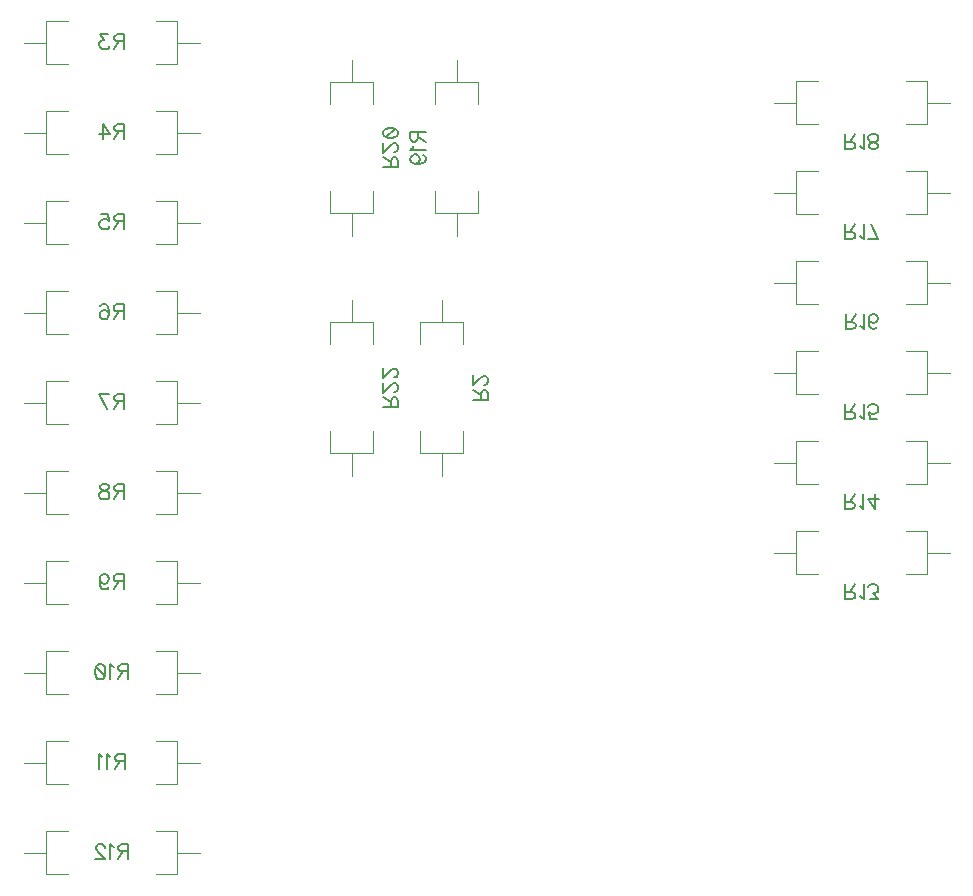
<source format=gbr>
G04 DipTrace 4.2.0.1*
G04 BottomSilk.gbr*
%MOIN*%
G04 #@! TF.FileFunction,Legend,Bot*
G04 #@! TF.Part,Single*
%ADD10C,0.004724*%
%ADD109C,0.00772*%
%FSLAX26Y26*%
G04*
G70*
G90*
G75*
G01*
G04 BotSilk*
%LPD*%
X1964626Y3197638D2*
D10*
Y3124803D1*
X1822776D1*
Y3197638D1*
X1964626Y3489764D2*
Y3562598D1*
X1822776D1*
Y3489764D1*
X1893701Y3050787D2*
Y3124803D1*
Y3562598D2*
Y3636614D1*
X939764Y4564626D2*
X1012598D1*
Y4422776D1*
X939764D1*
X647638Y4564626D2*
X574803D1*
Y4422776D1*
X647638D1*
X1086614Y4493701D2*
X1012598D1*
X574803D2*
X500787D1*
X939764Y4264626D2*
X1012598D1*
Y4122776D1*
X939764D1*
X647638Y4264626D2*
X574803D1*
Y4122776D1*
X647638D1*
X1086614Y4193701D2*
X1012598D1*
X574803D2*
X500787D1*
X939764Y3964626D2*
X1012598D1*
Y3822776D1*
X939764D1*
X647638Y3964626D2*
X574803D1*
Y3822776D1*
X647638D1*
X1086614Y3893701D2*
X1012598D1*
X574803D2*
X500787D1*
X939764Y3664626D2*
X1012598D1*
Y3522776D1*
X939764D1*
X647638Y3664626D2*
X574803D1*
Y3522776D1*
X647638D1*
X1086614Y3593701D2*
X1012598D1*
X574803D2*
X500787D1*
X939764Y3364626D2*
X1012598D1*
Y3222776D1*
X939764D1*
X647638Y3364626D2*
X574803D1*
Y3222776D1*
X647638D1*
X1086614Y3293701D2*
X1012598D1*
X574803D2*
X500787D1*
X939764Y3064626D2*
X1012598D1*
Y2922776D1*
X939764D1*
X647638Y3064626D2*
X574803D1*
Y2922776D1*
X647638D1*
X1086614Y2993701D2*
X1012598D1*
X574803D2*
X500787D1*
X939764Y2764626D2*
X1012598D1*
Y2622776D1*
X939764D1*
X647638Y2764626D2*
X574803D1*
Y2622776D1*
X647638D1*
X1086614Y2693701D2*
X1012598D1*
X574803D2*
X500787D1*
X939764Y2464626D2*
X1012598D1*
Y2322776D1*
X939764D1*
X647638Y2464626D2*
X574803D1*
Y2322776D1*
X647638D1*
X1086614Y2393701D2*
X1012598D1*
X574803D2*
X500787D1*
X939764Y2164626D2*
X1012598D1*
Y2022776D1*
X939764D1*
X647638Y2164626D2*
X574803D1*
Y2022776D1*
X647638D1*
X1086614Y2093701D2*
X1012598D1*
X574803D2*
X500787D1*
X939764Y1864626D2*
X1012598D1*
Y1722776D1*
X939764D1*
X647638Y1864626D2*
X574803D1*
Y1722776D1*
X647638D1*
X1086614Y1793701D2*
X1012598D1*
X574803D2*
X500787D1*
X3147638Y2722776D2*
X3074803D1*
Y2864626D1*
X3147638D1*
X3439764Y2722776D2*
X3512598D1*
Y2864626D1*
X3439764D1*
X3000787Y2793701D2*
X3074803D1*
X3512598D2*
X3586614D1*
X3147638Y3022776D2*
X3074803D1*
Y3164626D1*
X3147638D1*
X3439764Y3022776D2*
X3512598D1*
Y3164626D1*
X3439764D1*
X3000787Y3093701D2*
X3074803D1*
X3512598D2*
X3586614D1*
X3147638Y3322776D2*
X3074803D1*
Y3464626D1*
X3147638D1*
X3439764Y3322776D2*
X3512598D1*
Y3464626D1*
X3439764D1*
X3000787Y3393701D2*
X3074803D1*
X3512598D2*
X3586614D1*
X3147638Y3622776D2*
X3074803D1*
Y3764626D1*
X3147638D1*
X3439764Y3622776D2*
X3512598D1*
Y3764626D1*
X3439764D1*
X3000787Y3693701D2*
X3074803D1*
X3512598D2*
X3586614D1*
X3147638Y3922776D2*
X3074803D1*
Y4064626D1*
X3147638D1*
X3439764Y3922776D2*
X3512598D1*
Y4064626D1*
X3439764D1*
X3000787Y3993701D2*
X3074803D1*
X3512598D2*
X3586614D1*
X3147638Y4222776D2*
X3074803D1*
Y4364626D1*
X3147638D1*
X3439764Y4222776D2*
X3512598D1*
Y4364626D1*
X3439764D1*
X3000787Y4293701D2*
X3074803D1*
X3512598D2*
X3586614D1*
X1872776Y4289764D2*
Y4362598D1*
X2014626D1*
Y4289764D1*
X1872776Y3997638D2*
Y3924803D1*
X2014626D1*
Y3997638D1*
X1943701Y4436614D2*
Y4362598D1*
Y3924803D2*
Y3850787D1*
X1664626Y3997638D2*
Y3924803D1*
X1522776D1*
Y3997638D1*
X1664626Y4289764D2*
Y4362598D1*
X1522776D1*
Y4289764D1*
X1593701Y3850787D2*
Y3924803D1*
Y4362598D2*
Y4436614D1*
X1664626Y3197638D2*
Y3124803D1*
X1522776D1*
Y3197638D1*
X1664626Y3489764D2*
Y3562598D1*
X1522776D1*
Y3489764D1*
X1593701Y3050787D2*
Y3124803D1*
Y3562598D2*
Y3636614D1*
X2024095Y3302488D2*
D109*
Y3323988D1*
X2026526Y3331173D1*
X2028903Y3333605D1*
X2033656Y3335981D1*
X2038465D1*
X2043218Y3333605D1*
X2045650Y3331173D1*
X2048026Y3323988D1*
Y3302488D1*
X1997786D1*
X2024095Y3319234D2*
X1997786Y3335981D1*
X2036033Y3353852D2*
X2038409D1*
X2043218Y3356229D1*
X2045594Y3358605D1*
X2047971Y3363414D1*
Y3372976D1*
X2045594Y3377729D1*
X2043218Y3380105D1*
X2038409Y3382537D1*
X2033656D1*
X2028848Y3380105D1*
X2021718Y3375352D1*
X1997786Y3351420D1*
Y3384914D1*
X834914Y4497901D2*
X813414D1*
X806229Y4500333D1*
X803797Y4502710D1*
X801420Y4507463D1*
Y4512271D1*
X803797Y4517025D1*
X806229Y4519456D1*
X813414Y4521833D1*
X834914D1*
Y4471593D1*
X818167Y4497901D2*
X801420Y4471593D1*
X781173Y4521778D2*
X754920D1*
X769234Y4502654D1*
X762049D1*
X757296Y4500278D1*
X754920Y4497901D1*
X752488Y4490716D1*
Y4485963D1*
X754920Y4478778D1*
X759673Y4473970D1*
X766858Y4471593D1*
X774043D1*
X781173Y4473970D1*
X783549Y4476401D1*
X785981Y4481155D1*
X836102Y4197901D2*
X814602D1*
X807417Y4200333D1*
X804985Y4202710D1*
X802609Y4207463D1*
Y4212271D1*
X804985Y4217025D1*
X807417Y4219456D1*
X814602Y4221833D1*
X836102D1*
Y4171593D1*
X819355Y4197901D2*
X802609Y4171593D1*
X763238D2*
Y4221778D1*
X787169Y4188340D1*
X751300D1*
X834914Y3897901D2*
X813414D1*
X806229Y3900333D1*
X803797Y3902710D1*
X801420Y3907463D1*
Y3912271D1*
X803797Y3917025D1*
X806229Y3919456D1*
X813414Y3921833D1*
X834914D1*
Y3871593D1*
X818167Y3897901D2*
X801420Y3871593D1*
X757296Y3921778D2*
X781173D1*
X783549Y3900278D1*
X781173Y3902654D1*
X773988Y3905086D1*
X766858D1*
X759673Y3902654D1*
X754864Y3897901D1*
X752488Y3890716D1*
Y3885963D1*
X754864Y3878778D1*
X759673Y3873970D1*
X766858Y3871593D1*
X773988D1*
X781173Y3873970D1*
X783549Y3876401D1*
X785981Y3881155D1*
X833698Y3597901D2*
X812198D1*
X805013Y3600333D1*
X802581Y3602710D1*
X800204Y3607463D1*
Y3612271D1*
X802581Y3617025D1*
X805013Y3619456D1*
X812198Y3621833D1*
X833698D1*
Y3571593D1*
X816951Y3597901D2*
X800204Y3571593D1*
X756080Y3614648D2*
X758457Y3619401D1*
X765642Y3621778D1*
X770395D1*
X777580Y3619401D1*
X782389Y3612216D1*
X784765Y3600278D1*
Y3588340D1*
X782389Y3578778D1*
X777580Y3573970D1*
X770395Y3571593D1*
X768019D1*
X760889Y3573970D1*
X756080Y3578778D1*
X753704Y3585963D1*
Y3588340D1*
X756080Y3595525D1*
X760889Y3600278D1*
X768019Y3602654D1*
X770395D1*
X777580Y3600278D1*
X782389Y3595525D1*
X784765Y3588340D1*
X834914Y3297901D2*
X813414D1*
X806229Y3300333D1*
X803797Y3302710D1*
X801420Y3307463D1*
Y3312271D1*
X803797Y3317025D1*
X806229Y3319456D1*
X813414Y3321833D1*
X834914D1*
Y3271593D1*
X818167Y3297901D2*
X801420Y3271593D1*
X776420D2*
X752488Y3321778D1*
X785981D1*
X834886Y2997901D2*
X813386D1*
X806201Y3000333D1*
X803769Y3002710D1*
X801393Y3007463D1*
Y3012271D1*
X803769Y3017025D1*
X806201Y3019456D1*
X813386Y3021833D1*
X834886D1*
Y2971593D1*
X818139Y2997901D2*
X801393Y2971593D1*
X774015Y3021778D2*
X781145Y3019401D1*
X783577Y3014648D1*
Y3009839D1*
X781145Y3005086D1*
X776392Y3002654D1*
X766830Y3000278D1*
X759645Y2997901D1*
X754892Y2993093D1*
X752515Y2988340D1*
Y2981155D1*
X754892Y2976401D1*
X757269Y2973970D1*
X764454Y2971593D1*
X774015D1*
X781145Y2973970D1*
X783577Y2976401D1*
X785954Y2981155D1*
Y2988340D1*
X783577Y2993093D1*
X778768Y2997901D1*
X771639Y3000278D1*
X762077Y3002654D1*
X757269Y3005086D1*
X754892Y3009839D1*
Y3014648D1*
X757269Y3019401D1*
X764454Y3021778D1*
X774015D1*
X833725Y2697901D2*
X812226D1*
X805041Y2700333D1*
X802609Y2702710D1*
X800232Y2707463D1*
Y2712271D1*
X802609Y2717025D1*
X805041Y2719456D1*
X812226Y2721833D1*
X833725D1*
Y2671593D1*
X816979Y2697901D2*
X800232Y2671593D1*
X753676Y2705086D2*
X756108Y2697901D1*
X760861Y2693093D1*
X768046Y2690716D1*
X770423D1*
X777608Y2693093D1*
X782361Y2697901D1*
X784793Y2705086D1*
Y2707463D1*
X782361Y2714648D1*
X777608Y2719401D1*
X770423Y2721778D1*
X768046D1*
X760861Y2719401D1*
X756108Y2714648D1*
X753676Y2705086D1*
Y2693093D1*
X756108Y2681155D1*
X760861Y2673970D1*
X768046Y2671593D1*
X772799D1*
X779984Y2673970D1*
X782361Y2678778D1*
X848630Y2397901D2*
X827130D1*
X819945Y2400333D1*
X817513Y2402710D1*
X815137Y2407463D1*
Y2412271D1*
X817513Y2417025D1*
X819945Y2419456D1*
X827130Y2421833D1*
X848630D1*
Y2371593D1*
X831883Y2397901D2*
X815137Y2371593D1*
X799698Y2412216D2*
X794889Y2414648D1*
X787704Y2421778D1*
Y2371593D1*
X757895Y2421778D2*
X765080Y2419401D1*
X769888Y2412216D1*
X772265Y2400278D1*
Y2393093D1*
X769888Y2381155D1*
X765080Y2373970D1*
X757895Y2371593D1*
X753142D1*
X745956Y2373970D1*
X741203Y2381155D1*
X738771Y2393093D1*
Y2400278D1*
X741203Y2412216D1*
X745956Y2419401D1*
X753142Y2421778D1*
X757895D1*
X741203Y2412216D2*
X769888Y2381155D1*
X837880Y2097901D2*
X816380D1*
X809195Y2100333D1*
X806763Y2102710D1*
X804387Y2107463D1*
Y2112271D1*
X806763Y2117025D1*
X809195Y2119456D1*
X816380Y2121833D1*
X837880D1*
Y2071593D1*
X821134Y2097901D2*
X804387Y2071593D1*
X788948Y2112216D2*
X784139Y2114648D1*
X776954Y2121778D1*
Y2071593D1*
X761515Y2112216D2*
X756706Y2114648D1*
X749521Y2121778D1*
Y2071593D1*
X848630Y1797901D2*
X827130D1*
X819945Y1800333D1*
X817513Y1802710D1*
X815137Y1807463D1*
Y1812271D1*
X817513Y1817025D1*
X819945Y1819456D1*
X827130Y1821833D1*
X848630D1*
Y1771593D1*
X831883Y1797901D2*
X815137Y1771593D1*
X799698Y1812216D2*
X794889Y1814648D1*
X787704Y1821778D1*
Y1771593D1*
X769833Y1809839D2*
Y1812216D1*
X767456Y1817025D1*
X765080Y1819401D1*
X760271Y1821778D1*
X750710D1*
X745956Y1819401D1*
X743580Y1817025D1*
X741148Y1812216D1*
Y1807463D1*
X743580Y1802654D1*
X748333Y1795525D1*
X772265Y1771593D1*
X738771D1*
X3238771Y2663307D2*
X3260271D1*
X3267456Y2660875D1*
X3269888Y2658499D1*
X3272265Y2653745D1*
Y2648937D1*
X3269888Y2644184D1*
X3267456Y2641752D1*
X3260271Y2639375D1*
X3238771D1*
Y2689615D1*
X3255518Y2663307D2*
X3272265Y2689615D1*
X3287704Y2648992D2*
X3292512Y2646560D1*
X3299698Y2639431D1*
Y2689615D1*
X3319945Y2639431D2*
X3346198D1*
X3331883Y2658554D1*
X3339068D1*
X3343822Y2660930D1*
X3346198Y2663307D1*
X3348630Y2670492D1*
Y2675245D1*
X3346198Y2682430D1*
X3341445Y2687239D1*
X3334260Y2689615D1*
X3327075D1*
X3319945Y2687239D1*
X3317569Y2684807D1*
X3315137Y2680054D1*
X3237583Y2963307D2*
X3259083D1*
X3266268Y2960875D1*
X3268700Y2958499D1*
X3271077Y2953745D1*
Y2948937D1*
X3268700Y2944184D1*
X3266268Y2941752D1*
X3259083Y2939375D1*
X3237583D1*
Y2989615D1*
X3254330Y2963307D2*
X3271077Y2989615D1*
X3286516Y2948992D2*
X3291324Y2946560D1*
X3298509Y2939431D1*
Y2989615D1*
X3337880D2*
Y2939431D1*
X3313948Y2972869D1*
X3349818D1*
X3238771Y3263307D2*
X3260271D1*
X3267456Y3260875D1*
X3269888Y3258499D1*
X3272265Y3253745D1*
Y3248937D1*
X3269888Y3244184D1*
X3267456Y3241752D1*
X3260271Y3239375D1*
X3238771D1*
Y3289615D1*
X3255518Y3263307D2*
X3272265Y3289615D1*
X3287704Y3248992D2*
X3292512Y3246560D1*
X3299698Y3239431D1*
Y3289615D1*
X3343822Y3239431D2*
X3319945D1*
X3317569Y3260930D1*
X3319945Y3258554D1*
X3327130Y3256122D1*
X3334260D1*
X3341445Y3258554D1*
X3346254Y3263307D1*
X3348630Y3270492D1*
Y3275245D1*
X3346254Y3282430D1*
X3341445Y3287239D1*
X3334260Y3289615D1*
X3327130D1*
X3319945Y3287239D1*
X3317569Y3284807D1*
X3315137Y3280054D1*
X3239987Y3563307D2*
X3261487D1*
X3268672Y3560875D1*
X3271104Y3558499D1*
X3273481Y3553745D1*
Y3548937D1*
X3271104Y3544184D1*
X3268672Y3541752D1*
X3261487Y3539375D1*
X3239987D1*
Y3589615D1*
X3256734Y3563307D2*
X3273481Y3589615D1*
X3288920Y3548992D2*
X3293728Y3546560D1*
X3300913Y3539431D1*
Y3589615D1*
X3345038Y3546560D2*
X3342661Y3541807D1*
X3335476Y3539431D1*
X3330723D1*
X3323538Y3541807D1*
X3318729Y3548992D1*
X3316353Y3560930D1*
Y3572869D1*
X3318729Y3582430D1*
X3323538Y3587239D1*
X3330723Y3589615D1*
X3333099D1*
X3340229Y3587239D1*
X3345038Y3582430D1*
X3347414Y3575245D1*
Y3572869D1*
X3345038Y3565684D1*
X3340229Y3560930D1*
X3333099Y3558554D1*
X3330723D1*
X3323538Y3560930D1*
X3318729Y3565684D1*
X3316353Y3572869D1*
X3238771Y3863307D2*
X3260271D1*
X3267456Y3860875D1*
X3269888Y3858499D1*
X3272265Y3853745D1*
Y3848937D1*
X3269888Y3844184D1*
X3267456Y3841752D1*
X3260271Y3839375D1*
X3238771D1*
Y3889615D1*
X3255518Y3863307D2*
X3272265Y3889615D1*
X3287704Y3848992D2*
X3292512Y3846560D1*
X3299698Y3839431D1*
Y3889615D1*
X3324698D2*
X3348630Y3839431D1*
X3315137D1*
X3238799Y4163307D2*
X3260299D1*
X3267484Y4160875D1*
X3269916Y4158499D1*
X3272292Y4153745D1*
Y4148937D1*
X3269916Y4144184D1*
X3267484Y4141752D1*
X3260299Y4139375D1*
X3238799D1*
Y4189615D1*
X3255546Y4163307D2*
X3272292Y4189615D1*
X3287732Y4148992D2*
X3292540Y4146560D1*
X3299725Y4139431D1*
Y4189615D1*
X3327103Y4139431D2*
X3319973Y4141807D1*
X3317541Y4146560D1*
Y4151369D1*
X3319973Y4156122D1*
X3324726Y4158554D1*
X3334288Y4160930D1*
X3341473Y4163307D1*
X3346226Y4168116D1*
X3348602Y4172869D1*
Y4180054D1*
X3346226Y4184807D1*
X3343849Y4187239D1*
X3336664Y4189615D1*
X3327103D1*
X3319973Y4187239D1*
X3317541Y4184807D1*
X3315164Y4180054D1*
Y4172869D1*
X3317541Y4168116D1*
X3322349Y4163307D1*
X3329479Y4160930D1*
X3339041Y4158554D1*
X3343849Y4156122D1*
X3346226Y4151369D1*
Y4146560D1*
X3343849Y4141807D1*
X3336664Y4139431D1*
X3327103D1*
X1813307Y4197442D2*
Y4175942D1*
X1810875Y4168757D1*
X1808499Y4166325D1*
X1803745Y4163948D1*
X1798937D1*
X1794184Y4166325D1*
X1791752Y4168757D1*
X1789375Y4175942D1*
Y4197442D1*
X1839615D1*
X1813307Y4180695D2*
X1839615Y4163948D1*
X1798992Y4148509D2*
X1796560Y4143701D1*
X1789431Y4136516D1*
X1839615D1*
X1806122Y4089960D2*
X1813307Y4092392D1*
X1818116Y4097145D1*
X1820492Y4104330D1*
Y4106706D1*
X1818116Y4113891D1*
X1813307Y4118645D1*
X1806122Y4121077D1*
X1803745D1*
X1796560Y4118645D1*
X1791807Y4113891D1*
X1789431Y4106706D1*
Y4104330D1*
X1791807Y4097145D1*
X1796560Y4092392D1*
X1806122Y4089960D1*
X1818116D1*
X1830054Y4092392D1*
X1837239Y4097145D1*
X1839615Y4104330D1*
Y4109083D1*
X1837239Y4116268D1*
X1832430Y4118645D1*
X1724095Y4078022D2*
Y4099521D1*
X1726526Y4106706D1*
X1728903Y4109138D1*
X1733656Y4111515D1*
X1738465D1*
X1743218Y4109138D1*
X1745650Y4106706D1*
X1748026Y4099521D1*
Y4078022D1*
X1697786D1*
X1724095Y4094768D2*
X1697786Y4111515D1*
X1736033Y4129386D2*
X1738409D1*
X1743218Y4131763D1*
X1745594Y4134139D1*
X1747971Y4138948D1*
Y4148509D1*
X1745594Y4153262D1*
X1743218Y4155639D1*
X1738409Y4158071D1*
X1733656D1*
X1728848Y4155639D1*
X1721718Y4150886D1*
X1697786Y4126954D1*
Y4160447D1*
X1747971Y4190257D2*
X1745594Y4183072D1*
X1738409Y4178263D1*
X1726471Y4175887D1*
X1719286D1*
X1707348Y4178263D1*
X1700163Y4183072D1*
X1697786Y4190257D1*
Y4195010D1*
X1700163Y4202195D1*
X1707348Y4206948D1*
X1719286Y4209380D1*
X1726471D1*
X1738409Y4206948D1*
X1745594Y4202195D1*
X1747971Y4195010D1*
Y4190257D1*
X1738409Y4206948D2*
X1707348Y4178263D1*
X1724095Y3278022D2*
Y3299521D1*
X1726526Y3306706D1*
X1728903Y3309138D1*
X1733656Y3311515D1*
X1738465D1*
X1743218Y3309138D1*
X1745650Y3306706D1*
X1748026Y3299521D1*
Y3278022D1*
X1697786D1*
X1724095Y3294768D2*
X1697786Y3311515D1*
X1736033Y3329386D2*
X1738409D1*
X1743218Y3331763D1*
X1745594Y3334139D1*
X1747971Y3338948D1*
Y3348509D1*
X1745594Y3353262D1*
X1743218Y3355639D1*
X1738409Y3358071D1*
X1733656D1*
X1728848Y3355639D1*
X1721718Y3350886D1*
X1697786Y3326954D1*
Y3360447D1*
X1736033Y3378319D2*
X1738409D1*
X1743218Y3380695D1*
X1745594Y3383072D1*
X1747971Y3387880D1*
Y3397442D1*
X1745594Y3402195D1*
X1743218Y3404572D1*
X1738409Y3407003D1*
X1733656D1*
X1728848Y3404572D1*
X1721718Y3399818D1*
X1697786Y3375887D1*
Y3409380D1*
M02*

</source>
